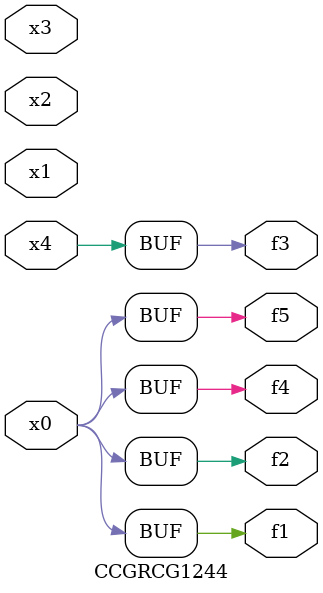
<source format=v>
module CCGRCG1244(
	input x0, x1, x2, x3, x4,
	output f1, f2, f3, f4, f5
);
	assign f1 = x0;
	assign f2 = x0;
	assign f3 = x4;
	assign f4 = x0;
	assign f5 = x0;
endmodule

</source>
